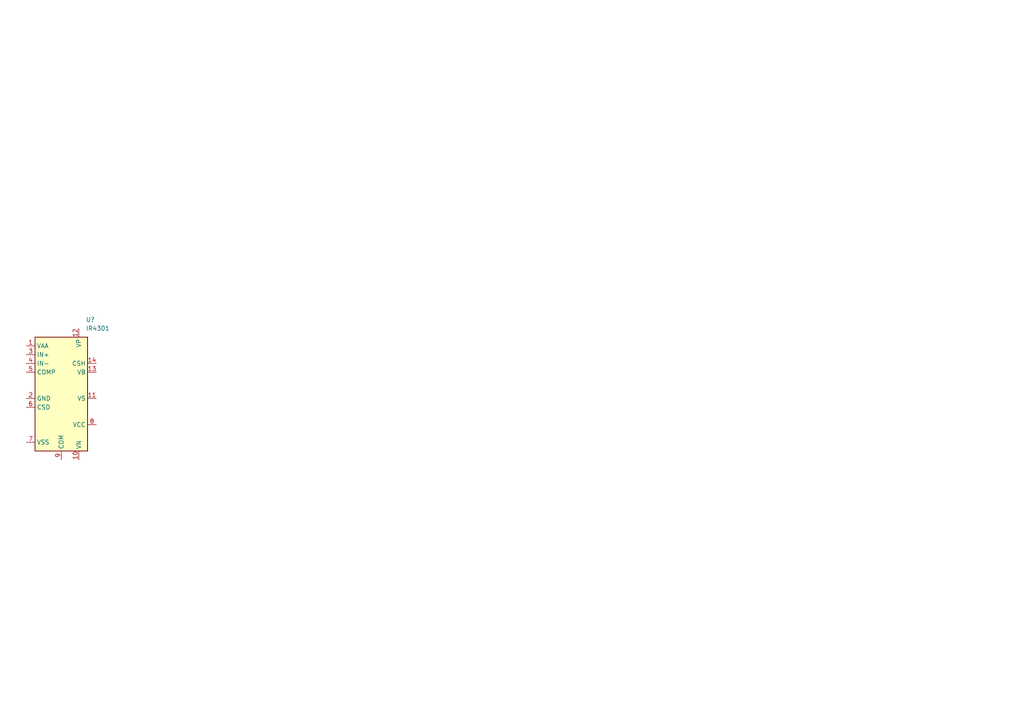
<source format=kicad_sch>
(kicad_sch (version 20211123) (generator eeschema)

  (uuid 8575b8c2-5d2d-495d-81e9-9afebc0785a9)

  (paper "A4")

  (lib_symbols
    (symbol "Amplifier_Audio:IR4301" (in_bom yes) (on_board yes)
      (property "Reference" "U" (id 0) (at -7.62 20.955 0)
        (effects (font (size 1.27 1.27)) (justify left))
      )
      (property "Value" "IR4301" (id 1) (at -7.62 19.05 0)
        (effects (font (size 1.27 1.27)) (justify left))
      )
      (property "Footprint" "Package_DFN_QFN:Infineon_PQFN-22-15-4EP_6x5mm_P0.65mm" (id 2) (at 0 0 0)
        (effects (font (size 1.27 1.27) italic) hide)
      )
      (property "Datasheet" "https://www.infineon.com/dgdl/ir4301.pdf?fileId=5546d462533600a4015355d5fc691819" (id 3) (at 0 0 0)
        (effects (font (size 1.27 1.27)) hide)
      )
      (property "ki_keywords" "integrated class d amplifier" (id 4) (at 0 0 0)
        (effects (font (size 1.27 1.27)) hide)
      )
      (property "ki_description" "PowIRaudio Integrated Analog Input Class D Audio Amplifier, 160W/4ohm, 80V, PQFN-22" (id 5) (at 0 0 0)
        (effects (font (size 1.27 1.27)) hide)
      )
      (property "ki_fp_filters" "Infineon*PQFN*4EP*6x5mm*P0.65mm*" (id 6) (at 0 0 0)
        (effects (font (size 1.27 1.27)) hide)
      )
      (symbol "IR4301_0_1"
        (rectangle (start -7.62 -15.24) (end 7.62 17.78)
          (stroke (width 0.254) (type default) (color 0 0 0 0))
          (fill (type background))
        )
      )
      (symbol "IR4301_1_1"
        (pin power_in line (at -10.16 15.24 0) (length 2.54)
          (name "VAA" (effects (font (size 1.27 1.27))))
          (number "1" (effects (font (size 1.27 1.27))))
        )
        (pin power_in line (at 5.08 -17.78 90) (length 2.54)
          (name "VN" (effects (font (size 1.27 1.27))))
          (number "10" (effects (font (size 1.27 1.27))))
        )
        (pin output line (at 10.16 0 180) (length 2.54)
          (name "VS" (effects (font (size 1.27 1.27))))
          (number "11" (effects (font (size 1.27 1.27))))
        )
        (pin power_in line (at 5.08 20.32 270) (length 2.54)
          (name "VP" (effects (font (size 1.27 1.27))))
          (number "12" (effects (font (size 1.27 1.27))))
        )
        (pin power_in line (at 10.16 7.62 180) (length 2.54)
          (name "VB" (effects (font (size 1.27 1.27))))
          (number "13" (effects (font (size 1.27 1.27))))
        )
        (pin passive line (at 10.16 10.16 180) (length 2.54)
          (name "CSH" (effects (font (size 1.27 1.27))))
          (number "14" (effects (font (size 1.27 1.27))))
        )
        (pin passive line (at 0 -17.78 90) (length 2.54) hide
          (name "COM" (effects (font (size 1.27 1.27))))
          (number "15" (effects (font (size 1.27 1.27))))
        )
        (pin power_in line (at -10.16 0 0) (length 2.54)
          (name "GND" (effects (font (size 1.27 1.27))))
          (number "2" (effects (font (size 1.27 1.27))))
        )
        (pin input line (at -10.16 12.7 0) (length 2.54)
          (name "IN+" (effects (font (size 1.27 1.27))))
          (number "3" (effects (font (size 1.27 1.27))))
        )
        (pin input line (at -10.16 10.16 0) (length 2.54)
          (name "IN-" (effects (font (size 1.27 1.27))))
          (number "4" (effects (font (size 1.27 1.27))))
        )
        (pin output line (at -10.16 7.62 0) (length 2.54)
          (name "COMP" (effects (font (size 1.27 1.27))))
          (number "5" (effects (font (size 1.27 1.27))))
        )
        (pin passive line (at -10.16 -2.54 0) (length 2.54)
          (name "CSD" (effects (font (size 1.27 1.27))))
          (number "6" (effects (font (size 1.27 1.27))))
        )
        (pin power_in line (at -10.16 -12.7 0) (length 2.54)
          (name "VSS" (effects (font (size 1.27 1.27))))
          (number "7" (effects (font (size 1.27 1.27))))
        )
        (pin power_in line (at 10.16 -7.62 180) (length 2.54)
          (name "VCC" (effects (font (size 1.27 1.27))))
          (number "8" (effects (font (size 1.27 1.27))))
        )
        (pin power_in line (at 0 -17.78 90) (length 2.54)
          (name "COM" (effects (font (size 1.27 1.27))))
          (number "9" (effects (font (size 1.27 1.27))))
        )
      )
    )
  )


  (symbol (lib_id "Amplifier_Audio:IR4301") (at 17.78 115.57 0) (unit 1)
    (in_bom yes) (on_board yes) (fields_autoplaced)
    (uuid bdec6bc8-40e8-4167-9396-9f033da1ca09)
    (property "Reference" "U?" (id 0) (at 24.8794 92.71 0)
      (effects (font (size 1.27 1.27)) (justify left))
    )
    (property "Value" "IR4301" (id 1) (at 24.8794 95.25 0)
      (effects (font (size 1.27 1.27)) (justify left))
    )
    (property "Footprint" "Package_DFN_QFN:Infineon_PQFN-22-15-4EP_6x5mm_P0.65mm" (id 2) (at 17.78 115.57 0)
      (effects (font (size 1.27 1.27) italic) hide)
    )
    (property "Datasheet" "https://www.infineon.com/dgdl/ir4301.pdf?fileId=5546d462533600a4015355d5fc691819" (id 3) (at 17.78 115.57 0)
      (effects (font (size 1.27 1.27)) hide)
    )
    (pin "1" (uuid f6f75239-4a41-48bc-bad6-0ca219668e18))
    (pin "10" (uuid d01c6ba4-3781-4afb-81e4-3c1744a16361))
    (pin "11" (uuid 5aa46ff2-562a-4b70-99f1-c860588dfb2b))
    (pin "12" (uuid 8d3ffbda-8d27-4746-bcc9-6ce8d5b0a19c))
    (pin "13" (uuid 3f2c97da-af96-4f66-9278-d0e270a96f02))
    (pin "14" (uuid f2082fca-58dd-4eb3-8d7d-88cdafab8eaa))
    (pin "15" (uuid ee894cf4-062c-41ab-bb41-3ffa4edd8680))
    (pin "2" (uuid d19ed0a2-a094-496c-9191-1045667ddbd4))
    (pin "3" (uuid c9939486-662e-4376-adfd-6098774b7db4))
    (pin "4" (uuid 4a3d1828-d25e-4bc4-a80c-e616c8d459e6))
    (pin "5" (uuid 9dec5019-8b19-4a64-a5b3-2eecd4018dc5))
    (pin "6" (uuid 5bbd4c35-fe84-484a-a905-b3daa2e1cbc2))
    (pin "7" (uuid 510efce9-ef33-4573-a7fe-43ec7329a3f2))
    (pin "8" (uuid 37451831-08f8-4e17-a8ba-c019ed42ac1c))
    (pin "9" (uuid d3abb68b-219b-41d0-b962-d44c98bd6647))
  )

  (sheet_instances
    (path "/" (page "1"))
  )

  (symbol_instances
    (path "/bdec6bc8-40e8-4167-9396-9f033da1ca09"
      (reference "U?") (unit 1) (value "IR4301") (footprint "Package_DFN_QFN:Infineon_PQFN-22-15-4EP_6x5mm_P0.65mm")
    )
  )
)

</source>
